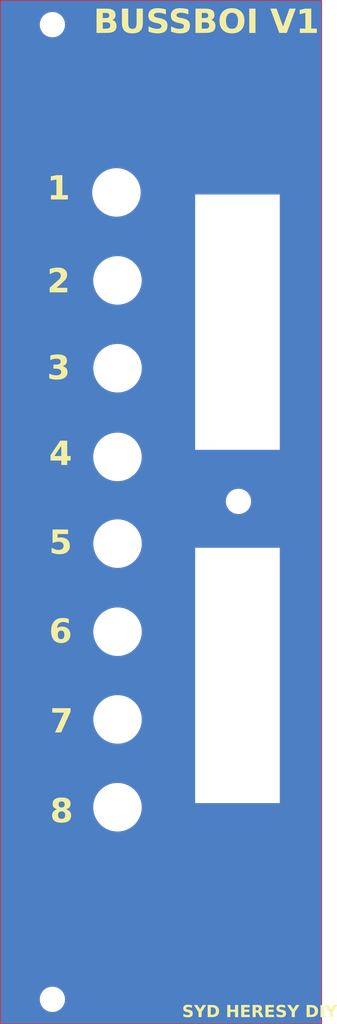
<source format=kicad_pcb>
(kicad_pcb (version 20221018) (generator pcbnew)
  (layers (0 "F.Cu" signal) (31 "B.Cu" signal) (34 "B.Paste" user) (35 "F.Paste" user) (36 "B.SilkS" user "B.Silkscreen") (37 "F.SilkS" user "F.Silkscreen") (38 "B.Mask" user) (39 "F.Mask" user) (44 "Edge.Cuts" user))
  (net 0 "")
  (gr_rect (start 70.739 29.464) (end 111.125 158.115) (stroke (width 0.2)) (fill none) (layer "F.Cu"))
  (gr_text "1" (at 76.563141 54.973141) (layer "F.SilkS") (effects (font (size 3 3) (thickness 0.3) bold) (justify left bottom)))
  (gr_text "7" (at 76.944141 122.029141) (layer "F.SilkS") (effects (font (size 3 3) (thickness 0.3) bold) (justify left bottom)))
  (gr_text "8" (at 76.944141 133.332141) (layer "F.SilkS") (effects (font (size 3 3) (thickness 0.3) bold) (justify left bottom)))
  (gr_text "6" (at 76.817141 110.726141) (layer "F.SilkS") (effects (font (size 3 3) (thickness 0.3) bold) (justify left bottom)))
  (gr_text "BUSSBOI V1" (at 110.853141 34.018141) (layer "F.SilkS") (effects (font (size 3 3) (thickness 0.3) bold) (justify right bottom)))
  (gr_text "SYD HERESY DIY" (at 93.581141 157.589141) (layer "F.SilkS") (effects (font (size 1.5 1.5) (thickness 0.3) bold) (justify left bottom)))
  (gr_text "3" (at 76.563141 77.579141) (layer "F.SilkS") (effects (font (size 3 3) (thickness 0.3) bold) (justify left bottom)))
  (gr_text "4" (at 76.817141 88.374141) (layer "F.SilkS") (effects (font (size 3 3) (thickness 0.3) bold) (justify left bottom)))
  (gr_text "5" (at 76.817141 99.550141) (layer "F.SilkS") (effects (font (size 3 3) (thickness 0.3) bold) (justify left bottom)))
  (gr_text "2" (at 76.563141 66.657141) (layer "F.SilkS") (effects (font (size 3 3) (thickness 0.3) bold) (justify left bottom)))
  (zone (net 0) (net_name "") (layers "F&B.Cu") (connect_pads (clearance 0)) (min_thickness 0.25)
    (keepout (tracks not_allowed) (vias not_allowed) (pads not_allowed) (copperpour not_allowed) (footprints not_allowed))
    (fill (thermal_gap 0.5) (thermal_bridge_width 0.5))
    (polygon (pts (xy 88.501141 64.644) (xy 88.481909 64.301549) (xy 88.424456 63.963405) (xy 88.329505 63.63382) (xy 88.198248 63.316938) (xy 88.032337 63.016745) (xy 87.833858 62.737016) (xy 87.605308 62.481268) (xy 87.34956 62.252718) (xy 87.069831 62.054239) (xy 86.769638 61.888328) (xy 86.452756 61.757071) (xy 86.123171 61.66212) (xy 85.785027 61.604667) (xy 85.442576 61.585435) (xy 85.100125 61.604667) (xy 84.761981 61.66212) (xy 84.432396 61.757071) (xy 84.115514 61.888328) (xy 83.815321 62.054239) (xy 83.535592 62.252718) (xy 83.279844 62.481268) (xy 83.051294 62.737016) (xy 82.852815 63.016745) (xy 82.686904 63.316938) (xy 82.555647 63.63382) (xy 82.460696 63.963405) (xy 82.403243 64.301549) (xy 82.384011 64.644) (xy 82.403243 64.986451) (xy 82.460696 65.324595) (xy 82.555647 65.65418) (xy 82.686904 65.971062) (xy 82.852815 66.271255) (xy 83.051294 66.550984) (xy 83.279844 66.806732) (xy 83.535592 67.035282) (xy 83.815321 67.233761) (xy 84.115514 67.399672) (xy 84.432396 67.530929) (xy 84.761981 67.62588) (xy 85.100125 67.683333) (xy 85.442576 67.702565) (xy 85.785027 67.683333) (xy 86.123171 67.62588) (xy 86.452756 67.530929) (xy 86.769638 67.399672) (xy 87.069831 67.233761) (xy 87.34956 67.035282) (xy 87.605308 66.806732) (xy 87.833858 66.550984) (xy 88.032337 66.271255) (xy 88.198248 65.971062) (xy 88.329505 65.65418) (xy 88.424456 65.324595) (xy 88.481909 64.986451)))
  )
  (zone (net 0) (net_name "") (layers "F&B.Cu") (connect_pads (clearance 0)) (min_thickness 0.25)
    (keepout (tracks not_allowed) (vias not_allowed) (pads not_allowed) (copperpour not_allowed) (footprints not_allowed))
    (fill (thermal_gap 0.5) (thermal_bridge_width 0.5))
    (polygon (pts (xy 88.511706 119.880706) (xy 88.492474 119.538255) (xy 88.435021 119.200111) (xy 88.34007 118.870526) (xy 88.208813 118.553644) (xy 88.042902 118.253451) (xy 87.844423 117.973722) (xy 87.615873 117.717974) (xy 87.360125 117.489424) (xy 87.080396 117.290945) (xy 86.780203 117.125034) (xy 86.463321 116.993777) (xy 86.133736 116.898826) (xy 85.795592 116.841373) (xy 85.453141 116.822141) (xy 85.11069 116.841373) (xy 84.772546 116.898826) (xy 84.442961 116.993777) (xy 84.126079 117.125034) (xy 83.825886 117.290945) (xy 83.546157 117.489424) (xy 83.290409 117.717974) (xy 83.061859 117.973722) (xy 82.86338 118.253451) (xy 82.697469 118.553644) (xy 82.566212 118.870526) (xy 82.471261 119.200111) (xy 82.413808 119.538255) (xy 82.394576 119.880706) (xy 82.413808 120.223157) (xy 82.471261 120.561301) (xy 82.566212 120.890886) (xy 82.697469 121.207768) (xy 82.86338 121.507961) (xy 83.061859 121.78769) (xy 83.290409 122.043438) (xy 83.546157 122.271988) (xy 83.825886 122.470467) (xy 84.126079 122.636378) (xy 84.442961 122.767635) (xy 84.772546 122.862586) (xy 85.11069 122.920039) (xy 85.453141 122.939271) (xy 85.795592 122.920039) (xy 86.133736 122.862586) (xy 86.463321 122.767635) (xy 86.780203 122.636378) (xy 87.080396 122.470467) (xy 87.360125 122.271988) (xy 87.615873 122.043438) (xy 87.844423 121.78769) (xy 88.042902 121.507961) (xy 88.208813 121.207768) (xy 88.34007 120.890886) (xy 88.435021 120.561301) (xy 88.492474 120.223157)))
  )
  (zone (net 0) (net_name "") (layers "F&B.Cu") (connect_pads (clearance 0)) (min_thickness 0.25)
    (keepout (tracks not_allowed) (vias not_allowed) (pads not_allowed) (copperpour not_allowed) (footprints not_allowed))
    (fill (thermal_gap 0.5) (thermal_bridge_width 0.5))
    (polygon (pts (xy 88.501141 86.850141) (xy 88.481909 86.50769) (xy 88.424456 86.169546) (xy 88.329505 85.839961) (xy 88.198248 85.523079) (xy 88.032337 85.222886) (xy 87.833858 84.943157) (xy 87.605308 84.687409) (xy 87.34956 84.458859) (xy 87.069831 84.26038) (xy 86.769638 84.094469) (xy 86.452756 83.963212) (xy 86.123171 83.868261) (xy 85.785027 83.810808) (xy 85.442576 83.791576) (xy 85.100125 83.810808) (xy 84.761981 83.868261) (xy 84.432396 83.963212) (xy 84.115514 84.094469) (xy 83.815321 84.26038) (xy 83.535592 84.458859) (xy 83.279844 84.687409) (xy 83.051294 84.943157) (xy 82.852815 85.222886) (xy 82.686904 85.523079) (xy 82.555647 85.839961) (xy 82.460696 86.169546) (xy 82.403243 86.50769) (xy 82.384011 86.850141) (xy 82.403243 87.192592) (xy 82.460696 87.530736) (xy 82.555647 87.860321) (xy 82.686904 88.177203) (xy 82.852815 88.477396) (xy 83.051294 88.757125) (xy 83.279844 89.012873) (xy 83.535592 89.241423) (xy 83.815321 89.439902) (xy 84.115514 89.605813) (xy 84.432396 89.73707) (xy 84.761981 89.832021) (xy 85.100125 89.889474) (xy 85.442576 89.908706) (xy 85.785027 89.889474) (xy 86.123171 89.832021) (xy 86.452756 89.73707) (xy 86.769638 89.605813) (xy 87.069831 89.439902) (xy 87.34956 89.241423) (xy 87.605308 89.012873) (xy 87.833858 88.757125) (xy 88.032337 88.477396) (xy 88.198248 88.177203) (xy 88.329505 87.860321) (xy 88.424456 87.530736) (xy 88.481909 87.192592)))
  )
  (zone (net 0) (net_name "") (layers "F&B.Cu") (connect_pads (clearance 0)) (min_thickness 0.25)
    (keepout (tracks not_allowed) (vias not_allowed) (pads not_allowed) (copperpour not_allowed) (footprints not_allowed))
    (fill (thermal_gap 0.5) (thermal_bridge_width 0.5))
    (polygon (pts (xy 95.232141 53.830141) (xy 105.900141 53.830141) (xy 105.900141 85.961141) (xy 95.232141 85.961141)))
  )
  (zone (net 0) (net_name "") (layers "F&B.Cu") (connect_pads (clearance 0)) (min_thickness 0.25)
    (keepout (tracks not_allowed) (vias not_allowed) (pads not_allowed) (copperpour not_allowed) (footprints not_allowed))
    (fill (thermal_gap 0.5) (thermal_bridge_width 0.5))
    (polygon (pts (xy 95.232141 98.280141) (xy 105.900141 98.280141) (xy 105.900141 130.411141) (xy 95.232141 130.411141)))
  )
  (zone (net 0) (net_name "") (layers "F&B.Cu") (connect_pads (clearance 0)) (min_thickness 0.25)
    (keepout (tracks not_allowed) (vias not_allowed) (pads not_allowed) (copperpour not_allowed) (footprints not_allowed))
    (fill (thermal_gap 0.5) (thermal_bridge_width 0.5))
    (polygon (pts (xy 78.835418 155.097141) (xy 78.815763 154.847406) (xy 78.757284 154.603821) (xy 78.661419 154.372382) (xy 78.530529 154.15879) (xy 78.367838 153.968303) (xy 78.177351 153.805612) (xy 77.963759 153.674722) (xy 77.73232 153.578857) (xy 77.488735 153.520378) (xy 77.239 153.500723) (xy 76.989265 153.520378) (xy 76.74568 153.578857) (xy 76.514241 153.674722) (xy 76.300649 153.805612) (xy 76.110162 153.968303) (xy 75.947471 154.15879) (xy 75.816581 154.372382) (xy 75.720716 154.603821) (xy 75.662237 154.847406) (xy 75.642582 155.097141) (xy 75.662237 155.346876) (xy 75.720716 155.590461) (xy 75.816581 155.8219) (xy 75.947471 156.035492) (xy 76.110162 156.225979) (xy 76.300649 156.38867) (xy 76.514241 156.51956) (xy 76.74568 156.615425) (xy 76.989265 156.673904) (xy 77.239 156.693559) (xy 77.488735 156.673904) (xy 77.73232 156.615425) (xy 77.963759 156.51956) (xy 78.177351 156.38867) (xy 78.367838 156.225979) (xy 78.530529 156.035492) (xy 78.661419 155.8219) (xy 78.757284 155.590461) (xy 78.815763 155.346876)))
  )
  (zone (net 0) (net_name "") (layers "F&B.Cu") (connect_pads (clearance 0)) (min_thickness 0.25)
    (keepout (tracks not_allowed) (vias not_allowed) (pads not_allowed) (copperpour not_allowed) (footprints not_allowed))
    (fill (thermal_gap 0.5) (thermal_bridge_width 0.5))
    (polygon (pts (xy 88.511706 75.694) (xy 88.492474 75.351549) (xy 88.435021 75.013405) (xy 88.34007 74.68382) (xy 88.208813 74.366938) (xy 88.042902 74.066745) (xy 87.844423 73.787016) (xy 87.615873 73.531268) (xy 87.360125 73.302718) (xy 87.080396 73.104239) (xy 86.780203 72.938328) (xy 86.463321 72.807071) (xy 86.133736 72.71212) (xy 85.795592 72.654667) (xy 85.453141 72.635435) (xy 85.11069 72.654667) (xy 84.772546 72.71212) (xy 84.442961 72.807071) (xy 84.126079 72.938328) (xy 83.825886 73.104239) (xy 83.546157 73.302718) (xy 83.290409 73.531268) (xy 83.061859 73.787016) (xy 82.86338 74.066745) (xy 82.697469 74.366938) (xy 82.566212 74.68382) (xy 82.471261 75.013405) (xy 82.413808 75.351549) (xy 82.394576 75.694) (xy 82.413808 76.036451) (xy 82.471261 76.374595) (xy 82.566212 76.70418) (xy 82.697469 77.021062) (xy 82.86338 77.321255) (xy 83.061859 77.600984) (xy 83.290409 77.856732) (xy 83.546157 78.085282) (xy 83.825886 78.283761) (xy 84.126079 78.449672) (xy 84.442961 78.580929) (xy 84.772546 78.67588) (xy 85.11069 78.733333) (xy 85.453141 78.752565) (xy 85.795592 78.733333) (xy 86.133736 78.67588) (xy 86.463321 78.580929) (xy 86.780203 78.449672) (xy 87.080396 78.283761) (xy 87.360125 78.085282) (xy 87.615873 77.856732) (xy 87.844423 77.600984) (xy 88.042902 77.321255) (xy 88.208813 77.021062) (xy 88.34007 76.70418) (xy 88.435021 76.374595) (xy 88.492474 76.036451)))
  )
  (zone (net 0) (net_name "") (layers "F&B.Cu") (connect_pads (clearance 0)) (min_thickness 0.25)
    (keepout (tracks not_allowed) (vias not_allowed) (pads not_allowed) (copperpour not_allowed) (footprints not_allowed))
    (fill (thermal_gap 0.5) (thermal_bridge_width 0.5))
    (polygon (pts (xy 88.501141 130.929706) (xy 88.481909 130.587255) (xy 88.424456 130.249111) (xy 88.329505 129.919526) (xy 88.198248 129.602644) (xy 88.032337 129.302451) (xy 87.833858 129.022722) (xy 87.605308 128.766974) (xy 87.34956 128.538424) (xy 87.069831 128.339945) (xy 86.769638 128.174034) (xy 86.452756 128.042777) (xy 86.123171 127.947826) (xy 85.785027 127.890373) (xy 85.442576 127.871141) (xy 85.100125 127.890373) (xy 84.761981 127.947826) (xy 84.432396 128.042777) (xy 84.115514 128.174034) (xy 83.815321 128.339945) (xy 83.535592 128.538424) (xy 83.279844 128.766974) (xy 83.051294 129.022722) (xy 82.852815 129.302451) (xy 82.686904 129.602644) (xy 82.555647 129.919526) (xy 82.460696 130.249111) (xy 82.403243 130.587255) (xy 82.384011 130.929706) (xy 82.403243 131.272157) (xy 82.460696 131.610301) (xy 82.555647 131.939886) (xy 82.686904 132.256768) (xy 82.852815 132.556961) (xy 83.051294 132.83669) (xy 83.279844 133.092438) (xy 83.535592 133.320988) (xy 83.815321 133.519467) (xy 84.115514 133.685378) (xy 84.432396 133.816635) (xy 84.761981 133.911586) (xy 85.100125 133.969039) (xy 85.442576 133.988271) (xy 85.785027 133.969039) (xy 86.123171 133.911586) (xy 86.452756 133.816635) (xy 86.769638 133.685378) (xy 87.069831 133.519467) (xy 87.34956 133.320988) (xy 87.605308 133.092438) (xy 87.833858 132.83669) (xy 88.032337 132.556961) (xy 88.198248 132.256768) (xy 88.329505 131.939886) (xy 88.424456 131.610301) (xy 88.481909 131.272157)))
  )
  (zone (net 0) (net_name "") (layers "F&B.Cu") (connect_pads (clearance 0)) (min_thickness 0.25)
    (keepout (tracks not_allowed) (vias not_allowed) (pads not_allowed) (copperpour not_allowed) (footprints not_allowed))
    (fill (thermal_gap 0.5) (thermal_bridge_width 0.5))
    (polygon (pts (xy 88.511706 108.844) (xy 88.492474 108.501549) (xy 88.435021 108.163405) (xy 88.34007 107.83382) (xy 88.208813 107.516938) (xy 88.042902 107.216745) (xy 87.844423 106.937016) (xy 87.615873 106.681268) (xy 87.360125 106.452718) (xy 87.080396 106.254239) (xy 86.780203 106.088328) (xy 86.463321 105.957071) (xy 86.133736 105.86212) (xy 85.795592 105.804667) (xy 85.453141 105.785435) (xy 85.11069 105.804667) (xy 84.772546 105.86212) (xy 84.442961 105.957071) (xy 84.126079 106.088328) (xy 83.825886 106.254239) (xy 83.546157 106.452718) (xy 83.290409 106.681268) (xy 83.061859 106.937016) (xy 82.86338 107.216745) (xy 82.697469 107.516938) (xy 82.566212 107.83382) (xy 82.471261 108.163405) (xy 82.413808 108.501549) (xy 82.394576 108.844) (xy 82.413808 109.186451) (xy 82.471261 109.524595) (xy 82.566212 109.85418) (xy 82.697469 110.171062) (xy 82.86338 110.471255) (xy 83.061859 110.750984) (xy 83.290409 111.006732) (xy 83.546157 111.235282) (xy 83.825886 111.433761) (xy 84.126079 111.599672) (xy 84.442961 111.730929) (xy 84.772546 111.82588) (xy 85.11069 111.883333) (xy 85.453141 111.902565) (xy 85.795592 111.883333) (xy 86.133736 111.82588) (xy 86.463321 111.730929) (xy 86.780203 111.599672) (xy 87.080396 111.433761) (xy 87.360125 111.235282) (xy 87.615873 111.006732) (xy 87.844423 110.750984) (xy 88.042902 110.471255) (xy 88.208813 110.171062) (xy 88.34007 109.85418) (xy 88.435021 109.524595) (xy 88.492474 109.186451)))
  )
  (zone (net 0) (net_name "") (layers "F&B.Cu") (connect_pads (clearance 0)) (min_thickness 0.25)
    (keepout (tracks not_allowed) (vias not_allowed) (pads not_allowed) (copperpour not_allowed) (footprints not_allowed))
    (fill (thermal_gap 0.5) (thermal_bridge_width 0.5))
    (polygon (pts (xy 88.511706 97.761576) (xy 88.492474 97.419125) (xy 88.435021 97.080981) (xy 88.34007 96.751396) (xy 88.208813 96.434514) (xy 88.042902 96.134321) (xy 87.844423 95.854592) (xy 87.615873 95.598844) (xy 87.360125 95.370294) (xy 87.080396 95.171815) (xy 86.780203 95.005904) (xy 86.463321 94.874647) (xy 86.133736 94.779696) (xy 85.795592 94.722243) (xy 85.453141 94.703011) (xy 85.11069 94.722243) (xy 84.772546 94.779696) (xy 84.442961 94.874647) (xy 84.126079 95.005904) (xy 83.825886 95.171815) (xy 83.546157 95.370294) (xy 83.290409 95.598844) (xy 83.061859 95.854592) (xy 82.86338 96.134321) (xy 82.697469 96.434514) (xy 82.566212 96.751396) (xy 82.471261 97.080981) (xy 82.413808 97.419125) (xy 82.394576 97.761576) (xy 82.413808 98.104027) (xy 82.471261 98.442171) (xy 82.566212 98.771756) (xy 82.697469 99.088638) (xy 82.86338 99.388831) (xy 83.061859 99.66856) (xy 83.290409 99.924308) (xy 83.546157 100.152858) (xy 83.825886 100.351337) (xy 84.126079 100.517248) (xy 84.442961 100.648505) (xy 84.772546 100.743456) (xy 85.11069 100.800909) (xy 85.453141 100.820141) (xy 85.795592 100.800909) (xy 86.133736 100.743456) (xy 86.463321 100.648505) (xy 86.780203 100.517248) (xy 87.080396 100.351337) (xy 87.360125 100.152858) (xy 87.615873 99.924308) (xy 87.844423 99.66856) (xy 88.042902 99.388831) (xy 88.208813 99.088638) (xy 88.34007 98.771756) (xy 88.435021 98.442171) (xy 88.492474 98.104027)))
  )
  (zone (net 0) (net_name "") (layers "F&B.Cu") (connect_pads (clearance 0)) (min_thickness 0.25)
    (keepout (tracks not_allowed) (vias not_allowed) (pads not_allowed) (copperpour not_allowed) (footprints not_allowed))
    (fill (thermal_gap 0.5) (thermal_bridge_width 0.5))
    (polygon (pts (xy 102.289559 92.448706) (xy 102.269904 92.198971) (xy 102.211425 91.955386) (xy 102.11556 91.723947) (xy 101.98467 91.510355) (xy 101.821979 91.319868) (xy 101.631492 91.157177) (xy 101.4179 91.026287) (xy 101.186461 90.930422) (xy 100.942876 90.871943) (xy 100.693141 90.852288) (xy 100.443406 90.871943) (xy 100.199821 90.930422) (xy 99.968382 91.026287) (xy 99.75479 91.157177) (xy 99.564303 91.319868) (xy 99.401612 91.510355) (xy 99.270722 91.723947) (xy 99.174857 91.955386) (xy 99.116378 92.198971) (xy 99.096723 92.448706) (xy 99.116378 92.698441) (xy 99.174857 92.942026) (xy 99.270722 93.173465) (xy 99.401612 93.387057) (xy 99.564303 93.577544) (xy 99.75479 93.740235) (xy 99.968382 93.871125) (xy 100.199821 93.96699) (xy 100.443406 94.025469) (xy 100.693141 94.045124) (xy 100.942876 94.025469) (xy 101.186461 93.96699) (xy 101.4179 93.871125) (xy 101.631492 93.740235) (xy 101.821979 93.577544) (xy 101.98467 93.387057) (xy 102.11556 93.173465) (xy 102.211425 92.942026) (xy 102.269904 92.698441)))
  )
  (zone (net 0) (net_name "") (layers "F&B.Cu") (connect_pads (clearance 0)) (min_thickness 0.25)
    (keepout (tracks not_allowed) (vias not_allowed) (pads not_allowed) (copperpour not_allowed) (footprints not_allowed))
    (fill (thermal_gap 0.5) (thermal_bridge_width 0.5))
    (polygon (pts (xy 88.374141 53.576141) (xy 88.354909 53.23369) (xy 88.297456 52.895546) (xy 88.202505 52.565961) (xy 88.071248 52.249079) (xy 87.905337 51.948886) (xy 87.706858 51.669157) (xy 87.478308 51.413409) (xy 87.22256 51.184859) (xy 86.942831 50.98638) (xy 86.642638 50.820469) (xy 86.325756 50.689212) (xy 85.996171 50.594261) (xy 85.658027 50.536808) (xy 85.315576 50.517576) (xy 84.973125 50.536808) (xy 84.634981 50.594261) (xy 84.305396 50.689212) (xy 83.988514 50.820469) (xy 83.688321 50.98638) (xy 83.408592 51.184859) (xy 83.152844 51.413409) (xy 82.924294 51.669157) (xy 82.725815 51.948886) (xy 82.559904 52.249079) (xy 82.428647 52.565961) (xy 82.333696 52.895546) (xy 82.276243 53.23369) (xy 82.257011 53.576141) (xy 82.276243 53.918592) (xy 82.333696 54.256736) (xy 82.428647 54.586321) (xy 82.559904 54.903203) (xy 82.725815 55.203396) (xy 82.924294 55.483125) (xy 83.152844 55.738873) (xy 83.408592 55.967423) (xy 83.688321 56.165902) (xy 83.988514 56.331813) (xy 84.305396 56.46307) (xy 84.634981 56.558021) (xy 84.973125 56.615474) (xy 85.315576 56.634706) (xy 85.658027 56.615474) (xy 85.996171 56.558021) (xy 86.325756 56.46307) (xy 86.642638 56.331813) (xy 86.942831 56.165902) (xy 87.22256 55.967423) (xy 87.478308 55.738873) (xy 87.706858 55.483125) (xy 87.905337 55.203396) (xy 88.071248 54.903203) (xy 88.202505 54.586321) (xy 88.297456 54.256736) (xy 88.354909 53.918592)))
  )
  (zone (net 0) (net_name "") (layers "F&B.Cu") (connect_pads (clearance 0)) (min_thickness 0.25)
    (keepout (tracks not_allowed) (vias not_allowed) (pads not_allowed) (copperpour not_allowed) (footprints not_allowed))
    (fill (thermal_gap 0.5) (thermal_bridge_width 0.5))
    (polygon (pts (xy 78.835418 32.464) (xy 78.815763 32.214265) (xy 78.757284 31.97068) (xy 78.661419 31.739241) (xy 78.530529 31.525649) (xy 78.367838 31.335162) (xy 78.177351 31.172471) (xy 77.963759 31.041581) (xy 77.73232 30.945716) (xy 77.488735 30.887237) (xy 77.239 30.867582) (xy 76.989265 30.887237) (xy 76.74568 30.945716) (xy 76.514241 31.041581) (xy 76.300649 31.172471) (xy 76.110162 31.335162) (xy 75.947471 31.525649) (xy 75.816581 31.739241) (xy 75.720716 31.97068) (xy 75.662237 32.214265) (xy 75.642582 32.464) (xy 75.662237 32.713735) (xy 75.720716 32.95732) (xy 75.816581 33.188759) (xy 75.947471 33.402351) (xy 76.110162 33.592838) (xy 76.300649 33.755529) (xy 76.514241 33.886419) (xy 76.74568 33.982284) (xy 76.989265 34.040763) (xy 77.239 34.060418) (xy 77.488735 34.040763) (xy 77.73232 33.982284) (xy 77.963759 33.886419) (xy 78.177351 33.755529) (xy 78.367838 33.592838) (xy 78.530529 33.402351) (xy 78.661419 33.188759) (xy 78.757284 32.95732) (xy 78.815763 32.713735)))
  )
  (zone (net 0) (net_name "") (layers "F&B.Cu") (priority 1) (connect_pads (clearance 0.3)) (min_thickness 0.25) (fill yes (thermal_gap 0.5) (thermal_bridge_width 0.5) (island_removal_mode 1) (island_area_min 10))
    (polygon (pts (xy 70.739 29.464) (xy 111.125 29.464) (xy 111.125 158.115) (xy 70.739 158.115)))
  )
)
</source>
